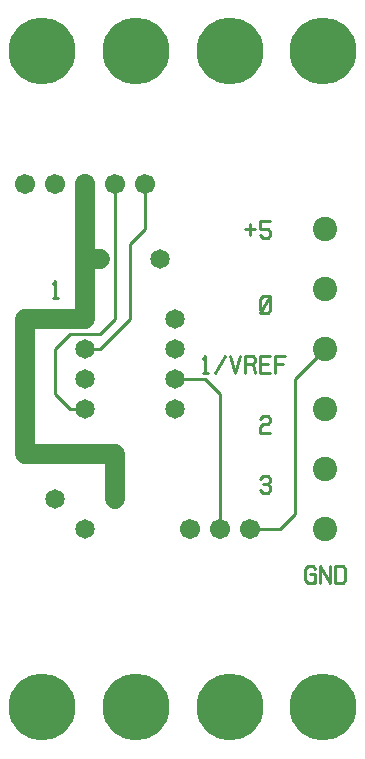
<source format=gtl>
%MOIN*%
%FSLAX25Y25*%
G04 D10 used for Character Trace; *
G04     Circle (OD=.01000) (No hole)*
G04 D11 used for Power Trace; *
G04     Circle (OD=.06700) (No hole)*
G04 D12 used for Signal Trace; *
G04     Circle (OD=.01100) (No hole)*
G04 D13 used for Via; *
G04     Circle (OD=.05800) (Round. Hole ID=.02800)*
G04 D14 used for Component hole; *
G04     Circle (OD=.06500) (Round. Hole ID=.03500)*
G04 D15 used for Component hole; *
G04     Circle (OD=.06700) (Round. Hole ID=.04300)*
G04 D16 used for Component hole; *
G04     Circle (OD=.08100) (Round. Hole ID=.05100)*
G04 D17 used for Component hole; *
G04     Circle (OD=.08900) (Round. Hole ID=.05900)*
G04 D18 used for Component hole; *
G04     Circle (OD=.11300) (Round. Hole ID=.08300)*
G04 D19 used for Component hole; *
G04     Circle (OD=.16000) (Round. Hole ID=.13000)*
G04 D20 used for Component hole; *
G04     Circle (OD=.18300) (Round. Hole ID=.15300)*
G04 D21 used for Component hole; *
G04     Circle (OD=.22291) (Round. Hole ID=.19291)*
%ADD10C,.01000*%
%ADD11C,.06700*%
%ADD12C,.01100*%
%ADD13C,.05800*%
%ADD14C,.06500*%
%ADD15C,.06700*%
%ADD16C,.08100*%
%ADD17C,.08900*%
%ADD18C,.11300*%
%ADD19C,.16000*%
%ADD20C,.18300*%
%ADD21C,.22291*%
%IPPOS*%
%LPD*%
G90*X0Y0D02*D21*X15625Y15625D03*X46875D03*D15*    
X75000Y75000D03*D12*Y120000D01*X70000Y125000D01*  
X60000D01*D14*D03*Y135000D03*Y115000D03*D10*      
X69163Y131914D02*X70000Y132871D01*Y127129D01*     
X69163D02*X70837D01*X73326D02*X76674Y132871D01*   
X78326D02*X80000Y127129D01*X81674Y132871D01*      
X83326Y127129D02*Y132871D01*X85837D01*            
X86674Y131914D01*Y130957D01*X85837Y130000D01*     
X83326D01*X85837D02*X86674Y127129D01*X91674D02*   
X88326D01*Y132871D01*X91674D01*X88326Y130000D02*  
X90837D01*X93326Y127129D02*Y132871D01*X96674D01*  
X93326Y130000D02*X95837D01*D12*X35000Y140000D02*  
X40000Y145000D01*X25000Y140000D02*X35000D01*      
X20000Y135000D02*X25000Y140000D01*                
X20000Y120000D02*Y135000D01*X25000Y115000D02*     
X20000Y120000D01*X25000Y115000D02*X30000D01*D14*  
D03*Y125000D03*D11*X40000Y85000D02*Y100000D01*D14*
Y85000D03*X30000Y75000D03*D11*X10000Y100000D02*   
X40000D01*X10000D02*Y145000D01*X30000D01*D14*D03* 
D11*Y165000D01*X35000D01*D14*D03*D11*X30000D02*   
Y190000D01*D15*D03*X40000D03*D12*Y145000D01*      
X35000Y135000D02*X45000Y145000D01*                
X30000Y135000D02*X35000D01*D14*X30000D03*D12*     
X45000Y145000D02*Y170000D01*X50000Y175000D01*     
Y190000D01*D15*D03*D14*X55000Y165000D03*D15*      
X20000Y190000D03*D10*X19163Y156914D02*            
X20000Y157871D01*Y152129D01*X19163D02*X20837D01*  
X83326Y175000D02*X86674D01*X85000Y176914D02*      
Y173086D01*X91674Y177871D02*X88326D01*Y175000D01* 
X90837D01*X91674Y174043D01*Y173086D01*            
X90837Y172129D01*X89163D01*X88326Y173086D01*      
X91674Y148086D02*X90837Y147129D01*X89163D01*      
X88326Y148086D01*Y151914D01*X89163Y152871D01*     
X90837D01*X91674Y151914D01*Y148086D01*            
X88326Y147129D02*X91674Y152871D01*D15*            
X10000Y190000D03*D21*X78125Y234375D03*X46875D03*  
D14*X60000Y145000D03*D21*X15625Y234375D03*D16*    
X110000Y135000D03*D12*X100000Y125000D01*Y80000D01*
X95000Y75000D01*X85000D01*D15*D03*D10*            
X88326Y91914D02*X89163Y92871D01*X90837D01*        
X91674Y91914D01*Y90957D01*X90837Y90000D01*        
X89163D01*X90837D02*X91674Y89043D01*Y88086D01*    
X90837Y87129D01*X89163D01*X88326Y88086D01*        
X106674Y58086D02*X105837Y57129D01*X104163D01*     
X103326Y58086D01*Y61914D01*X104163Y62871D01*      
X105837D01*X106674Y61914D01*X105000Y60000D02*     
X106674D01*Y57129D01*X108326D02*Y62871D01*        
X111674Y57129D01*Y62871D01*X113326Y57129D02*      
Y62871D01*X115837D01*X116674Y61914D01*Y58086D01*  
X115837Y57129D01*X113326D01*D15*X65000Y75000D03*  
D16*X110000D03*Y95000D03*D10*X88326Y111914D02*    
X89163Y112871D01*X90837D01*X91674Y111914D01*      
Y110957D01*X90837Y110000D01*X89163D01*            
X88326Y109043D01*Y107129D01*X91674D01*D16*        
X110000Y115000D03*D21*X78125Y15625D03*X109375D03* 
D14*X20000Y85000D03*D16*X110000Y155000D03*        
Y175000D03*D21*X109375Y234375D03*M02*             

</source>
